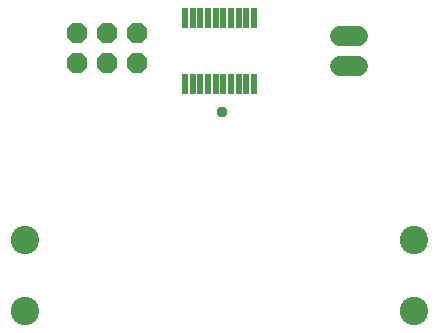
<source format=gbs>
G75*
%MOIN*%
%OFA0B0*%
%FSLAX25Y25*%
%IPPOS*%
%LPD*%
%AMOC8*
5,1,8,0,0,1.08239X$1,22.5*
%
%ADD10C,0.09461*%
%ADD11OC8,0.06800*%
%ADD12C,0.06800*%
%ADD13R,0.01981X0.07099*%
%ADD14C,0.03778*%
D10*
X0011143Y0032796D03*
X0011143Y0056418D03*
X0141064Y0056418D03*
X0141064Y0032796D03*
D11*
X0048662Y0115552D03*
X0048662Y0125552D03*
X0038662Y0125552D03*
X0038662Y0115552D03*
X0028662Y0115552D03*
X0028662Y0125552D03*
D12*
X0116410Y0124410D02*
X0122410Y0124410D01*
X0122410Y0114410D02*
X0116410Y0114410D01*
D13*
X0087639Y0108288D03*
X0085080Y0108288D03*
X0082520Y0108288D03*
X0079961Y0108288D03*
X0077402Y0108288D03*
X0074843Y0108288D03*
X0072284Y0108288D03*
X0069725Y0108288D03*
X0067166Y0108288D03*
X0064607Y0108288D03*
X0064607Y0130335D03*
X0067166Y0130335D03*
X0069725Y0130335D03*
X0072284Y0130335D03*
X0074843Y0130335D03*
X0077402Y0130335D03*
X0079961Y0130335D03*
X0082520Y0130335D03*
X0085080Y0130335D03*
X0087639Y0130335D03*
D14*
X0076800Y0099048D03*
M02*

</source>
